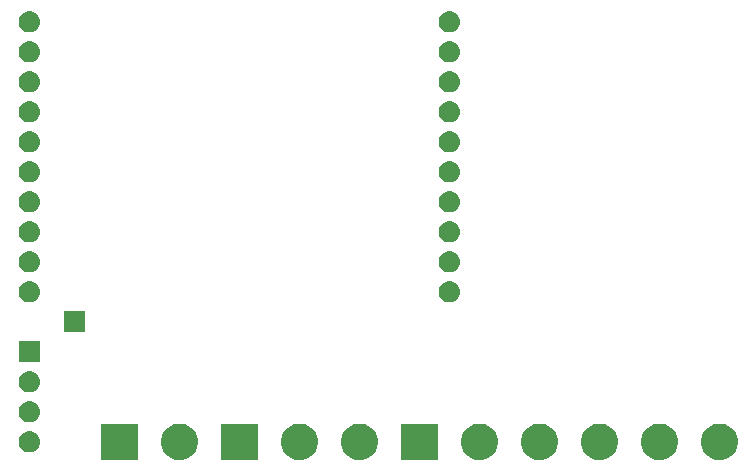
<source format=gts>
G04 #@! TF.GenerationSoftware,KiCad,Pcbnew,5.0.2-bee76a0~70~ubuntu18.04.1*
G04 #@! TF.CreationDate,2019-03-29T20:37:00+01:00*
G04 #@! TF.ProjectId,TMC2660_mount,544d4332-3636-4305-9f6d-6f756e742e6b,rev?*
G04 #@! TF.SameCoordinates,PX48f7b77PY788f099*
G04 #@! TF.FileFunction,Soldermask,Top*
G04 #@! TF.FilePolarity,Negative*
%FSLAX46Y46*%
G04 Gerber Fmt 4.6, Leading zero omitted, Abs format (unit mm)*
G04 Created by KiCad (PCBNEW 5.0.2-bee76a0~70~ubuntu18.04.1) date 2019-03-29T20:37:00 CET*
%MOMM*%
%LPD*%
G01*
G04 APERTURE LIST*
%ADD10C,0.100000*%
G04 APERTURE END LIST*
D10*
G36*
X23141000Y3529000D02*
X20039000Y3529000D01*
X20039000Y6631000D01*
X23141000Y6631000D01*
X23141000Y3529000D01*
X23141000Y3529000D01*
G37*
G36*
X12981000Y3529000D02*
X9879000Y3529000D01*
X9879000Y6631000D01*
X12981000Y6631000D01*
X12981000Y3529000D01*
X12981000Y3529000D01*
G37*
G36*
X16862527Y6591264D02*
X16962410Y6571396D01*
X17244674Y6454479D01*
X17498705Y6284741D01*
X17714741Y6068705D01*
X17884479Y5814674D01*
X18001396Y5532410D01*
X18061000Y5232760D01*
X18061000Y4927240D01*
X18001396Y4627590D01*
X17884479Y4345326D01*
X17714741Y4091295D01*
X17498705Y3875259D01*
X17244674Y3705521D01*
X16962410Y3588604D01*
X16862527Y3568736D01*
X16662762Y3529000D01*
X16357238Y3529000D01*
X16157473Y3568736D01*
X16057590Y3588604D01*
X15775326Y3705521D01*
X15521295Y3875259D01*
X15305259Y4091295D01*
X15135521Y4345326D01*
X15018604Y4627590D01*
X14959000Y4927240D01*
X14959000Y5232760D01*
X15018604Y5532410D01*
X15135521Y5814674D01*
X15305259Y6068705D01*
X15521295Y6284741D01*
X15775326Y6454479D01*
X16057590Y6571396D01*
X16157473Y6591264D01*
X16357238Y6631000D01*
X16662762Y6631000D01*
X16862527Y6591264D01*
X16862527Y6591264D01*
G37*
G36*
X27022527Y6591264D02*
X27122410Y6571396D01*
X27404674Y6454479D01*
X27658705Y6284741D01*
X27874741Y6068705D01*
X28044479Y5814674D01*
X28161396Y5532410D01*
X28221000Y5232760D01*
X28221000Y4927240D01*
X28161396Y4627590D01*
X28044479Y4345326D01*
X27874741Y4091295D01*
X27658705Y3875259D01*
X27404674Y3705521D01*
X27122410Y3588604D01*
X27022527Y3568736D01*
X26822762Y3529000D01*
X26517238Y3529000D01*
X26317473Y3568736D01*
X26217590Y3588604D01*
X25935326Y3705521D01*
X25681295Y3875259D01*
X25465259Y4091295D01*
X25295521Y4345326D01*
X25178604Y4627590D01*
X25119000Y4927240D01*
X25119000Y5232760D01*
X25178604Y5532410D01*
X25295521Y5814674D01*
X25465259Y6068705D01*
X25681295Y6284741D01*
X25935326Y6454479D01*
X26217590Y6571396D01*
X26317473Y6591264D01*
X26517238Y6631000D01*
X26822762Y6631000D01*
X27022527Y6591264D01*
X27022527Y6591264D01*
G37*
G36*
X32102527Y6591264D02*
X32202410Y6571396D01*
X32484674Y6454479D01*
X32738705Y6284741D01*
X32954741Y6068705D01*
X33124479Y5814674D01*
X33241396Y5532410D01*
X33301000Y5232760D01*
X33301000Y4927240D01*
X33241396Y4627590D01*
X33124479Y4345326D01*
X32954741Y4091295D01*
X32738705Y3875259D01*
X32484674Y3705521D01*
X32202410Y3588604D01*
X32102527Y3568736D01*
X31902762Y3529000D01*
X31597238Y3529000D01*
X31397473Y3568736D01*
X31297590Y3588604D01*
X31015326Y3705521D01*
X30761295Y3875259D01*
X30545259Y4091295D01*
X30375521Y4345326D01*
X30258604Y4627590D01*
X30199000Y4927240D01*
X30199000Y5232760D01*
X30258604Y5532410D01*
X30375521Y5814674D01*
X30545259Y6068705D01*
X30761295Y6284741D01*
X31015326Y6454479D01*
X31297590Y6571396D01*
X31397473Y6591264D01*
X31597238Y6631000D01*
X31902762Y6631000D01*
X32102527Y6591264D01*
X32102527Y6591264D01*
G37*
G36*
X42262527Y6591264D02*
X42362410Y6571396D01*
X42644674Y6454479D01*
X42898705Y6284741D01*
X43114741Y6068705D01*
X43284479Y5814674D01*
X43401396Y5532410D01*
X43461000Y5232760D01*
X43461000Y4927240D01*
X43401396Y4627590D01*
X43284479Y4345326D01*
X43114741Y4091295D01*
X42898705Y3875259D01*
X42644674Y3705521D01*
X42362410Y3588604D01*
X42262527Y3568736D01*
X42062762Y3529000D01*
X41757238Y3529000D01*
X41557473Y3568736D01*
X41457590Y3588604D01*
X41175326Y3705521D01*
X40921295Y3875259D01*
X40705259Y4091295D01*
X40535521Y4345326D01*
X40418604Y4627590D01*
X40359000Y4927240D01*
X40359000Y5232760D01*
X40418604Y5532410D01*
X40535521Y5814674D01*
X40705259Y6068705D01*
X40921295Y6284741D01*
X41175326Y6454479D01*
X41457590Y6571396D01*
X41557473Y6591264D01*
X41757238Y6631000D01*
X42062762Y6631000D01*
X42262527Y6591264D01*
X42262527Y6591264D01*
G37*
G36*
X47342527Y6591264D02*
X47442410Y6571396D01*
X47724674Y6454479D01*
X47978705Y6284741D01*
X48194741Y6068705D01*
X48364479Y5814674D01*
X48481396Y5532410D01*
X48541000Y5232760D01*
X48541000Y4927240D01*
X48481396Y4627590D01*
X48364479Y4345326D01*
X48194741Y4091295D01*
X47978705Y3875259D01*
X47724674Y3705521D01*
X47442410Y3588604D01*
X47342527Y3568736D01*
X47142762Y3529000D01*
X46837238Y3529000D01*
X46637473Y3568736D01*
X46537590Y3588604D01*
X46255326Y3705521D01*
X46001295Y3875259D01*
X45785259Y4091295D01*
X45615521Y4345326D01*
X45498604Y4627590D01*
X45439000Y4927240D01*
X45439000Y5232760D01*
X45498604Y5532410D01*
X45615521Y5814674D01*
X45785259Y6068705D01*
X46001295Y6284741D01*
X46255326Y6454479D01*
X46537590Y6571396D01*
X46637473Y6591264D01*
X46837238Y6631000D01*
X47142762Y6631000D01*
X47342527Y6591264D01*
X47342527Y6591264D01*
G37*
G36*
X38381000Y3529000D02*
X35279000Y3529000D01*
X35279000Y6631000D01*
X38381000Y6631000D01*
X38381000Y3529000D01*
X38381000Y3529000D01*
G37*
G36*
X52422527Y6591264D02*
X52522410Y6571396D01*
X52804674Y6454479D01*
X53058705Y6284741D01*
X53274741Y6068705D01*
X53444479Y5814674D01*
X53561396Y5532410D01*
X53621000Y5232760D01*
X53621000Y4927240D01*
X53561396Y4627590D01*
X53444479Y4345326D01*
X53274741Y4091295D01*
X53058705Y3875259D01*
X52804674Y3705521D01*
X52522410Y3588604D01*
X52422527Y3568736D01*
X52222762Y3529000D01*
X51917238Y3529000D01*
X51717473Y3568736D01*
X51617590Y3588604D01*
X51335326Y3705521D01*
X51081295Y3875259D01*
X50865259Y4091295D01*
X50695521Y4345326D01*
X50578604Y4627590D01*
X50519000Y4927240D01*
X50519000Y5232760D01*
X50578604Y5532410D01*
X50695521Y5814674D01*
X50865259Y6068705D01*
X51081295Y6284741D01*
X51335326Y6454479D01*
X51617590Y6571396D01*
X51717473Y6591264D01*
X51917238Y6631000D01*
X52222762Y6631000D01*
X52422527Y6591264D01*
X52422527Y6591264D01*
G37*
G36*
X57502527Y6591264D02*
X57602410Y6571396D01*
X57884674Y6454479D01*
X58138705Y6284741D01*
X58354741Y6068705D01*
X58524479Y5814674D01*
X58641396Y5532410D01*
X58701000Y5232760D01*
X58701000Y4927240D01*
X58641396Y4627590D01*
X58524479Y4345326D01*
X58354741Y4091295D01*
X58138705Y3875259D01*
X57884674Y3705521D01*
X57602410Y3588604D01*
X57502527Y3568736D01*
X57302762Y3529000D01*
X56997238Y3529000D01*
X56797473Y3568736D01*
X56697590Y3588604D01*
X56415326Y3705521D01*
X56161295Y3875259D01*
X55945259Y4091295D01*
X55775521Y4345326D01*
X55658604Y4627590D01*
X55599000Y4927240D01*
X55599000Y5232760D01*
X55658604Y5532410D01*
X55775521Y5814674D01*
X55945259Y6068705D01*
X56161295Y6284741D01*
X56415326Y6454479D01*
X56697590Y6571396D01*
X56797473Y6591264D01*
X56997238Y6631000D01*
X57302762Y6631000D01*
X57502527Y6591264D01*
X57502527Y6591264D01*
G37*
G36*
X62582527Y6591264D02*
X62682410Y6571396D01*
X62964674Y6454479D01*
X63218705Y6284741D01*
X63434741Y6068705D01*
X63604479Y5814674D01*
X63721396Y5532410D01*
X63781000Y5232760D01*
X63781000Y4927240D01*
X63721396Y4627590D01*
X63604479Y4345326D01*
X63434741Y4091295D01*
X63218705Y3875259D01*
X62964674Y3705521D01*
X62682410Y3588604D01*
X62582527Y3568736D01*
X62382762Y3529000D01*
X62077238Y3529000D01*
X61877473Y3568736D01*
X61777590Y3588604D01*
X61495326Y3705521D01*
X61241295Y3875259D01*
X61025259Y4091295D01*
X60855521Y4345326D01*
X60738604Y4627590D01*
X60679000Y4927240D01*
X60679000Y5232760D01*
X60738604Y5532410D01*
X60855521Y5814674D01*
X61025259Y6068705D01*
X61241295Y6284741D01*
X61495326Y6454479D01*
X61777590Y6571396D01*
X61877473Y6591264D01*
X62077238Y6631000D01*
X62382762Y6631000D01*
X62582527Y6591264D01*
X62582527Y6591264D01*
G37*
G36*
X3920442Y5974482D02*
X3986627Y5967963D01*
X4099853Y5933616D01*
X4156467Y5916443D01*
X4295087Y5842348D01*
X4312991Y5832778D01*
X4335053Y5814672D01*
X4450186Y5720186D01*
X4533448Y5618729D01*
X4562778Y5582991D01*
X4562779Y5582989D01*
X4646443Y5426467D01*
X4646443Y5426466D01*
X4697963Y5256627D01*
X4715359Y5080000D01*
X4697963Y4903373D01*
X4663616Y4790147D01*
X4646443Y4733533D01*
X4589815Y4627591D01*
X4562778Y4577009D01*
X4533448Y4541271D01*
X4450186Y4439814D01*
X4348729Y4356552D01*
X4312991Y4327222D01*
X4312989Y4327221D01*
X4156467Y4243557D01*
X4099853Y4226384D01*
X3986627Y4192037D01*
X3920442Y4185518D01*
X3854260Y4179000D01*
X3765740Y4179000D01*
X3699558Y4185518D01*
X3633373Y4192037D01*
X3520147Y4226384D01*
X3463533Y4243557D01*
X3307011Y4327221D01*
X3307009Y4327222D01*
X3271271Y4356552D01*
X3169814Y4439814D01*
X3086552Y4541271D01*
X3057222Y4577009D01*
X3030185Y4627591D01*
X2973557Y4733533D01*
X2956384Y4790147D01*
X2922037Y4903373D01*
X2904641Y5080000D01*
X2922037Y5256627D01*
X2973557Y5426466D01*
X2973557Y5426467D01*
X3057221Y5582989D01*
X3057222Y5582991D01*
X3086552Y5618729D01*
X3169814Y5720186D01*
X3284947Y5814672D01*
X3307009Y5832778D01*
X3324913Y5842348D01*
X3463533Y5916443D01*
X3520147Y5933616D01*
X3633373Y5967963D01*
X3699558Y5974482D01*
X3765740Y5981000D01*
X3854260Y5981000D01*
X3920442Y5974482D01*
X3920442Y5974482D01*
G37*
G36*
X3920442Y8514482D02*
X3986627Y8507963D01*
X4099853Y8473616D01*
X4156467Y8456443D01*
X4295087Y8382348D01*
X4312991Y8372778D01*
X4348729Y8343448D01*
X4450186Y8260186D01*
X4533448Y8158729D01*
X4562778Y8122991D01*
X4562779Y8122989D01*
X4646443Y7966467D01*
X4646443Y7966466D01*
X4697963Y7796627D01*
X4715359Y7620000D01*
X4697963Y7443373D01*
X4663616Y7330147D01*
X4646443Y7273533D01*
X4572348Y7134913D01*
X4562778Y7117009D01*
X4533448Y7081271D01*
X4450186Y6979814D01*
X4348729Y6896552D01*
X4312991Y6867222D01*
X4312989Y6867221D01*
X4156467Y6783557D01*
X4099853Y6766384D01*
X3986627Y6732037D01*
X3920442Y6725518D01*
X3854260Y6719000D01*
X3765740Y6719000D01*
X3699558Y6725518D01*
X3633373Y6732037D01*
X3520147Y6766384D01*
X3463533Y6783557D01*
X3307011Y6867221D01*
X3307009Y6867222D01*
X3271271Y6896552D01*
X3169814Y6979814D01*
X3086552Y7081271D01*
X3057222Y7117009D01*
X3047652Y7134913D01*
X2973557Y7273533D01*
X2956384Y7330147D01*
X2922037Y7443373D01*
X2904641Y7620000D01*
X2922037Y7796627D01*
X2973557Y7966466D01*
X2973557Y7966467D01*
X3057221Y8122989D01*
X3057222Y8122991D01*
X3086552Y8158729D01*
X3169814Y8260186D01*
X3271271Y8343448D01*
X3307009Y8372778D01*
X3324913Y8382348D01*
X3463533Y8456443D01*
X3520147Y8473616D01*
X3633373Y8507963D01*
X3699558Y8514482D01*
X3765740Y8521000D01*
X3854260Y8521000D01*
X3920442Y8514482D01*
X3920442Y8514482D01*
G37*
G36*
X3920442Y11054482D02*
X3986627Y11047963D01*
X4099853Y11013616D01*
X4156467Y10996443D01*
X4295087Y10922348D01*
X4312991Y10912778D01*
X4348729Y10883448D01*
X4450186Y10800186D01*
X4533448Y10698729D01*
X4562778Y10662991D01*
X4562779Y10662989D01*
X4646443Y10506467D01*
X4646443Y10506466D01*
X4697963Y10336627D01*
X4715359Y10160000D01*
X4697963Y9983373D01*
X4663616Y9870147D01*
X4646443Y9813533D01*
X4572348Y9674913D01*
X4562778Y9657009D01*
X4533448Y9621271D01*
X4450186Y9519814D01*
X4348729Y9436552D01*
X4312991Y9407222D01*
X4312989Y9407221D01*
X4156467Y9323557D01*
X4099853Y9306384D01*
X3986627Y9272037D01*
X3920443Y9265519D01*
X3854260Y9259000D01*
X3765740Y9259000D01*
X3699557Y9265519D01*
X3633373Y9272037D01*
X3520147Y9306384D01*
X3463533Y9323557D01*
X3307011Y9407221D01*
X3307009Y9407222D01*
X3271271Y9436552D01*
X3169814Y9519814D01*
X3086552Y9621271D01*
X3057222Y9657009D01*
X3047652Y9674913D01*
X2973557Y9813533D01*
X2956384Y9870147D01*
X2922037Y9983373D01*
X2904641Y10160000D01*
X2922037Y10336627D01*
X2973557Y10506466D01*
X2973557Y10506467D01*
X3057221Y10662989D01*
X3057222Y10662991D01*
X3086552Y10698729D01*
X3169814Y10800186D01*
X3271271Y10883448D01*
X3307009Y10912778D01*
X3324913Y10922348D01*
X3463533Y10996443D01*
X3520147Y11013616D01*
X3633373Y11047963D01*
X3699558Y11054482D01*
X3765740Y11061000D01*
X3854260Y11061000D01*
X3920442Y11054482D01*
X3920442Y11054482D01*
G37*
G36*
X4711000Y11799000D02*
X2909000Y11799000D01*
X2909000Y13601000D01*
X4711000Y13601000D01*
X4711000Y11799000D01*
X4711000Y11799000D01*
G37*
G36*
X8521000Y14339000D02*
X6719000Y14339000D01*
X6719000Y16141000D01*
X8521000Y16141000D01*
X8521000Y14339000D01*
X8521000Y14339000D01*
G37*
G36*
X39480443Y18674481D02*
X39546627Y18667963D01*
X39659853Y18633616D01*
X39716467Y18616443D01*
X39855087Y18542348D01*
X39872991Y18532778D01*
X39908729Y18503448D01*
X40010186Y18420186D01*
X40093448Y18318729D01*
X40122778Y18282991D01*
X40122779Y18282989D01*
X40206443Y18126467D01*
X40206443Y18126466D01*
X40257963Y17956627D01*
X40275359Y17780000D01*
X40257963Y17603373D01*
X40223616Y17490147D01*
X40206443Y17433533D01*
X40132348Y17294913D01*
X40122778Y17277009D01*
X40093448Y17241271D01*
X40010186Y17139814D01*
X39908729Y17056552D01*
X39872991Y17027222D01*
X39872989Y17027221D01*
X39716467Y16943557D01*
X39659853Y16926384D01*
X39546627Y16892037D01*
X39480442Y16885518D01*
X39414260Y16879000D01*
X39325740Y16879000D01*
X39259558Y16885518D01*
X39193373Y16892037D01*
X39080147Y16926384D01*
X39023533Y16943557D01*
X38867011Y17027221D01*
X38867009Y17027222D01*
X38831271Y17056552D01*
X38729814Y17139814D01*
X38646552Y17241271D01*
X38617222Y17277009D01*
X38607652Y17294913D01*
X38533557Y17433533D01*
X38516384Y17490147D01*
X38482037Y17603373D01*
X38464641Y17780000D01*
X38482037Y17956627D01*
X38533557Y18126466D01*
X38533557Y18126467D01*
X38617221Y18282989D01*
X38617222Y18282991D01*
X38646552Y18318729D01*
X38729814Y18420186D01*
X38831271Y18503448D01*
X38867009Y18532778D01*
X38884913Y18542348D01*
X39023533Y18616443D01*
X39080147Y18633616D01*
X39193373Y18667963D01*
X39259557Y18674481D01*
X39325740Y18681000D01*
X39414260Y18681000D01*
X39480443Y18674481D01*
X39480443Y18674481D01*
G37*
G36*
X3920443Y18674481D02*
X3986627Y18667963D01*
X4099853Y18633616D01*
X4156467Y18616443D01*
X4295087Y18542348D01*
X4312991Y18532778D01*
X4348729Y18503448D01*
X4450186Y18420186D01*
X4533448Y18318729D01*
X4562778Y18282991D01*
X4562779Y18282989D01*
X4646443Y18126467D01*
X4646443Y18126466D01*
X4697963Y17956627D01*
X4715359Y17780000D01*
X4697963Y17603373D01*
X4663616Y17490147D01*
X4646443Y17433533D01*
X4572348Y17294913D01*
X4562778Y17277009D01*
X4533448Y17241271D01*
X4450186Y17139814D01*
X4348729Y17056552D01*
X4312991Y17027222D01*
X4312989Y17027221D01*
X4156467Y16943557D01*
X4099853Y16926384D01*
X3986627Y16892037D01*
X3920442Y16885518D01*
X3854260Y16879000D01*
X3765740Y16879000D01*
X3699558Y16885518D01*
X3633373Y16892037D01*
X3520147Y16926384D01*
X3463533Y16943557D01*
X3307011Y17027221D01*
X3307009Y17027222D01*
X3271271Y17056552D01*
X3169814Y17139814D01*
X3086552Y17241271D01*
X3057222Y17277009D01*
X3047652Y17294913D01*
X2973557Y17433533D01*
X2956384Y17490147D01*
X2922037Y17603373D01*
X2904641Y17780000D01*
X2922037Y17956627D01*
X2973557Y18126466D01*
X2973557Y18126467D01*
X3057221Y18282989D01*
X3057222Y18282991D01*
X3086552Y18318729D01*
X3169814Y18420186D01*
X3271271Y18503448D01*
X3307009Y18532778D01*
X3324913Y18542348D01*
X3463533Y18616443D01*
X3520147Y18633616D01*
X3633373Y18667963D01*
X3699557Y18674481D01*
X3765740Y18681000D01*
X3854260Y18681000D01*
X3920443Y18674481D01*
X3920443Y18674481D01*
G37*
G36*
X39480443Y21214481D02*
X39546627Y21207963D01*
X39659853Y21173616D01*
X39716467Y21156443D01*
X39855087Y21082348D01*
X39872991Y21072778D01*
X39908729Y21043448D01*
X40010186Y20960186D01*
X40093448Y20858729D01*
X40122778Y20822991D01*
X40122779Y20822989D01*
X40206443Y20666467D01*
X40206443Y20666466D01*
X40257963Y20496627D01*
X40275359Y20320000D01*
X40257963Y20143373D01*
X40223616Y20030147D01*
X40206443Y19973533D01*
X40132348Y19834913D01*
X40122778Y19817009D01*
X40093448Y19781271D01*
X40010186Y19679814D01*
X39908729Y19596552D01*
X39872991Y19567222D01*
X39872989Y19567221D01*
X39716467Y19483557D01*
X39659853Y19466384D01*
X39546627Y19432037D01*
X39480443Y19425519D01*
X39414260Y19419000D01*
X39325740Y19419000D01*
X39259557Y19425519D01*
X39193373Y19432037D01*
X39080147Y19466384D01*
X39023533Y19483557D01*
X38867011Y19567221D01*
X38867009Y19567222D01*
X38831271Y19596552D01*
X38729814Y19679814D01*
X38646552Y19781271D01*
X38617222Y19817009D01*
X38607652Y19834913D01*
X38533557Y19973533D01*
X38516384Y20030147D01*
X38482037Y20143373D01*
X38464641Y20320000D01*
X38482037Y20496627D01*
X38533557Y20666466D01*
X38533557Y20666467D01*
X38617221Y20822989D01*
X38617222Y20822991D01*
X38646552Y20858729D01*
X38729814Y20960186D01*
X38831271Y21043448D01*
X38867009Y21072778D01*
X38884913Y21082348D01*
X39023533Y21156443D01*
X39080147Y21173616D01*
X39193373Y21207963D01*
X39259558Y21214482D01*
X39325740Y21221000D01*
X39414260Y21221000D01*
X39480443Y21214481D01*
X39480443Y21214481D01*
G37*
G36*
X3920443Y21214481D02*
X3986627Y21207963D01*
X4099853Y21173616D01*
X4156467Y21156443D01*
X4295087Y21082348D01*
X4312991Y21072778D01*
X4348729Y21043448D01*
X4450186Y20960186D01*
X4533448Y20858729D01*
X4562778Y20822991D01*
X4562779Y20822989D01*
X4646443Y20666467D01*
X4646443Y20666466D01*
X4697963Y20496627D01*
X4715359Y20320000D01*
X4697963Y20143373D01*
X4663616Y20030147D01*
X4646443Y19973533D01*
X4572348Y19834913D01*
X4562778Y19817009D01*
X4533448Y19781271D01*
X4450186Y19679814D01*
X4348729Y19596552D01*
X4312991Y19567222D01*
X4312989Y19567221D01*
X4156467Y19483557D01*
X4099853Y19466384D01*
X3986627Y19432037D01*
X3920443Y19425519D01*
X3854260Y19419000D01*
X3765740Y19419000D01*
X3699557Y19425519D01*
X3633373Y19432037D01*
X3520147Y19466384D01*
X3463533Y19483557D01*
X3307011Y19567221D01*
X3307009Y19567222D01*
X3271271Y19596552D01*
X3169814Y19679814D01*
X3086552Y19781271D01*
X3057222Y19817009D01*
X3047652Y19834913D01*
X2973557Y19973533D01*
X2956384Y20030147D01*
X2922037Y20143373D01*
X2904641Y20320000D01*
X2922037Y20496627D01*
X2973557Y20666466D01*
X2973557Y20666467D01*
X3057221Y20822989D01*
X3057222Y20822991D01*
X3086552Y20858729D01*
X3169814Y20960186D01*
X3271271Y21043448D01*
X3307009Y21072778D01*
X3324913Y21082348D01*
X3463533Y21156443D01*
X3520147Y21173616D01*
X3633373Y21207963D01*
X3699558Y21214482D01*
X3765740Y21221000D01*
X3854260Y21221000D01*
X3920443Y21214481D01*
X3920443Y21214481D01*
G37*
G36*
X39480443Y23754481D02*
X39546627Y23747963D01*
X39659853Y23713616D01*
X39716467Y23696443D01*
X39855087Y23622348D01*
X39872991Y23612778D01*
X39908729Y23583448D01*
X40010186Y23500186D01*
X40093448Y23398729D01*
X40122778Y23362991D01*
X40122779Y23362989D01*
X40206443Y23206467D01*
X40206443Y23206466D01*
X40257963Y23036627D01*
X40275359Y22860000D01*
X40257963Y22683373D01*
X40223616Y22570147D01*
X40206443Y22513533D01*
X40132348Y22374913D01*
X40122778Y22357009D01*
X40093448Y22321271D01*
X40010186Y22219814D01*
X39908729Y22136552D01*
X39872991Y22107222D01*
X39872989Y22107221D01*
X39716467Y22023557D01*
X39659853Y22006384D01*
X39546627Y21972037D01*
X39480442Y21965518D01*
X39414260Y21959000D01*
X39325740Y21959000D01*
X39259557Y21965519D01*
X39193373Y21972037D01*
X39080147Y22006384D01*
X39023533Y22023557D01*
X38867011Y22107221D01*
X38867009Y22107222D01*
X38831271Y22136552D01*
X38729814Y22219814D01*
X38646552Y22321271D01*
X38617222Y22357009D01*
X38607652Y22374913D01*
X38533557Y22513533D01*
X38516384Y22570147D01*
X38482037Y22683373D01*
X38464641Y22860000D01*
X38482037Y23036627D01*
X38533557Y23206466D01*
X38533557Y23206467D01*
X38617221Y23362989D01*
X38617222Y23362991D01*
X38646552Y23398729D01*
X38729814Y23500186D01*
X38831271Y23583448D01*
X38867009Y23612778D01*
X38884913Y23622348D01*
X39023533Y23696443D01*
X39080147Y23713616D01*
X39193373Y23747963D01*
X39259558Y23754482D01*
X39325740Y23761000D01*
X39414260Y23761000D01*
X39480443Y23754481D01*
X39480443Y23754481D01*
G37*
G36*
X3920443Y23754481D02*
X3986627Y23747963D01*
X4099853Y23713616D01*
X4156467Y23696443D01*
X4295087Y23622348D01*
X4312991Y23612778D01*
X4348729Y23583448D01*
X4450186Y23500186D01*
X4533448Y23398729D01*
X4562778Y23362991D01*
X4562779Y23362989D01*
X4646443Y23206467D01*
X4646443Y23206466D01*
X4697963Y23036627D01*
X4715359Y22860000D01*
X4697963Y22683373D01*
X4663616Y22570147D01*
X4646443Y22513533D01*
X4572348Y22374913D01*
X4562778Y22357009D01*
X4533448Y22321271D01*
X4450186Y22219814D01*
X4348729Y22136552D01*
X4312991Y22107222D01*
X4312989Y22107221D01*
X4156467Y22023557D01*
X4099853Y22006384D01*
X3986627Y21972037D01*
X3920442Y21965518D01*
X3854260Y21959000D01*
X3765740Y21959000D01*
X3699557Y21965519D01*
X3633373Y21972037D01*
X3520147Y22006384D01*
X3463533Y22023557D01*
X3307011Y22107221D01*
X3307009Y22107222D01*
X3271271Y22136552D01*
X3169814Y22219814D01*
X3086552Y22321271D01*
X3057222Y22357009D01*
X3047652Y22374913D01*
X2973557Y22513533D01*
X2956384Y22570147D01*
X2922037Y22683373D01*
X2904641Y22860000D01*
X2922037Y23036627D01*
X2973557Y23206466D01*
X2973557Y23206467D01*
X3057221Y23362989D01*
X3057222Y23362991D01*
X3086552Y23398729D01*
X3169814Y23500186D01*
X3271271Y23583448D01*
X3307009Y23612778D01*
X3324913Y23622348D01*
X3463533Y23696443D01*
X3520147Y23713616D01*
X3633373Y23747963D01*
X3699558Y23754482D01*
X3765740Y23761000D01*
X3854260Y23761000D01*
X3920443Y23754481D01*
X3920443Y23754481D01*
G37*
G36*
X39480442Y26294482D02*
X39546627Y26287963D01*
X39659853Y26253616D01*
X39716467Y26236443D01*
X39855087Y26162348D01*
X39872991Y26152778D01*
X39908729Y26123448D01*
X40010186Y26040186D01*
X40093448Y25938729D01*
X40122778Y25902991D01*
X40122779Y25902989D01*
X40206443Y25746467D01*
X40206443Y25746466D01*
X40257963Y25576627D01*
X40275359Y25400000D01*
X40257963Y25223373D01*
X40223616Y25110147D01*
X40206443Y25053533D01*
X40132348Y24914913D01*
X40122778Y24897009D01*
X40093448Y24861271D01*
X40010186Y24759814D01*
X39908729Y24676552D01*
X39872991Y24647222D01*
X39872989Y24647221D01*
X39716467Y24563557D01*
X39659853Y24546384D01*
X39546627Y24512037D01*
X39480443Y24505519D01*
X39414260Y24499000D01*
X39325740Y24499000D01*
X39259557Y24505519D01*
X39193373Y24512037D01*
X39080147Y24546384D01*
X39023533Y24563557D01*
X38867011Y24647221D01*
X38867009Y24647222D01*
X38831271Y24676552D01*
X38729814Y24759814D01*
X38646552Y24861271D01*
X38617222Y24897009D01*
X38607652Y24914913D01*
X38533557Y25053533D01*
X38516384Y25110147D01*
X38482037Y25223373D01*
X38464641Y25400000D01*
X38482037Y25576627D01*
X38533557Y25746466D01*
X38533557Y25746467D01*
X38617221Y25902989D01*
X38617222Y25902991D01*
X38646552Y25938729D01*
X38729814Y26040186D01*
X38831271Y26123448D01*
X38867009Y26152778D01*
X38884913Y26162348D01*
X39023533Y26236443D01*
X39080147Y26253616D01*
X39193373Y26287963D01*
X39259557Y26294481D01*
X39325740Y26301000D01*
X39414260Y26301000D01*
X39480442Y26294482D01*
X39480442Y26294482D01*
G37*
G36*
X3920442Y26294482D02*
X3986627Y26287963D01*
X4099853Y26253616D01*
X4156467Y26236443D01*
X4295087Y26162348D01*
X4312991Y26152778D01*
X4348729Y26123448D01*
X4450186Y26040186D01*
X4533448Y25938729D01*
X4562778Y25902991D01*
X4562779Y25902989D01*
X4646443Y25746467D01*
X4646443Y25746466D01*
X4697963Y25576627D01*
X4715359Y25400000D01*
X4697963Y25223373D01*
X4663616Y25110147D01*
X4646443Y25053533D01*
X4572348Y24914913D01*
X4562778Y24897009D01*
X4533448Y24861271D01*
X4450186Y24759814D01*
X4348729Y24676552D01*
X4312991Y24647222D01*
X4312989Y24647221D01*
X4156467Y24563557D01*
X4099853Y24546384D01*
X3986627Y24512037D01*
X3920443Y24505519D01*
X3854260Y24499000D01*
X3765740Y24499000D01*
X3699557Y24505519D01*
X3633373Y24512037D01*
X3520147Y24546384D01*
X3463533Y24563557D01*
X3307011Y24647221D01*
X3307009Y24647222D01*
X3271271Y24676552D01*
X3169814Y24759814D01*
X3086552Y24861271D01*
X3057222Y24897009D01*
X3047652Y24914913D01*
X2973557Y25053533D01*
X2956384Y25110147D01*
X2922037Y25223373D01*
X2904641Y25400000D01*
X2922037Y25576627D01*
X2973557Y25746466D01*
X2973557Y25746467D01*
X3057221Y25902989D01*
X3057222Y25902991D01*
X3086552Y25938729D01*
X3169814Y26040186D01*
X3271271Y26123448D01*
X3307009Y26152778D01*
X3324913Y26162348D01*
X3463533Y26236443D01*
X3520147Y26253616D01*
X3633373Y26287963D01*
X3699557Y26294481D01*
X3765740Y26301000D01*
X3854260Y26301000D01*
X3920442Y26294482D01*
X3920442Y26294482D01*
G37*
G36*
X39480443Y28834481D02*
X39546627Y28827963D01*
X39659853Y28793616D01*
X39716467Y28776443D01*
X39855087Y28702348D01*
X39872991Y28692778D01*
X39908729Y28663448D01*
X40010186Y28580186D01*
X40093448Y28478729D01*
X40122778Y28442991D01*
X40122779Y28442989D01*
X40206443Y28286467D01*
X40206443Y28286466D01*
X40257963Y28116627D01*
X40275359Y27940000D01*
X40257963Y27763373D01*
X40223616Y27650147D01*
X40206443Y27593533D01*
X40132348Y27454913D01*
X40122778Y27437009D01*
X40093448Y27401271D01*
X40010186Y27299814D01*
X39908729Y27216552D01*
X39872991Y27187222D01*
X39872989Y27187221D01*
X39716467Y27103557D01*
X39659853Y27086384D01*
X39546627Y27052037D01*
X39480442Y27045518D01*
X39414260Y27039000D01*
X39325740Y27039000D01*
X39259557Y27045519D01*
X39193373Y27052037D01*
X39080147Y27086384D01*
X39023533Y27103557D01*
X38867011Y27187221D01*
X38867009Y27187222D01*
X38831271Y27216552D01*
X38729814Y27299814D01*
X38646552Y27401271D01*
X38617222Y27437009D01*
X38607652Y27454913D01*
X38533557Y27593533D01*
X38516384Y27650147D01*
X38482037Y27763373D01*
X38464641Y27940000D01*
X38482037Y28116627D01*
X38533557Y28286466D01*
X38533557Y28286467D01*
X38617221Y28442989D01*
X38617222Y28442991D01*
X38646552Y28478729D01*
X38729814Y28580186D01*
X38831271Y28663448D01*
X38867009Y28692778D01*
X38884913Y28702348D01*
X39023533Y28776443D01*
X39080147Y28793616D01*
X39193373Y28827963D01*
X39259558Y28834482D01*
X39325740Y28841000D01*
X39414260Y28841000D01*
X39480443Y28834481D01*
X39480443Y28834481D01*
G37*
G36*
X3920443Y28834481D02*
X3986627Y28827963D01*
X4099853Y28793616D01*
X4156467Y28776443D01*
X4295087Y28702348D01*
X4312991Y28692778D01*
X4348729Y28663448D01*
X4450186Y28580186D01*
X4533448Y28478729D01*
X4562778Y28442991D01*
X4562779Y28442989D01*
X4646443Y28286467D01*
X4646443Y28286466D01*
X4697963Y28116627D01*
X4715359Y27940000D01*
X4697963Y27763373D01*
X4663616Y27650147D01*
X4646443Y27593533D01*
X4572348Y27454913D01*
X4562778Y27437009D01*
X4533448Y27401271D01*
X4450186Y27299814D01*
X4348729Y27216552D01*
X4312991Y27187222D01*
X4312989Y27187221D01*
X4156467Y27103557D01*
X4099853Y27086384D01*
X3986627Y27052037D01*
X3920442Y27045518D01*
X3854260Y27039000D01*
X3765740Y27039000D01*
X3699557Y27045519D01*
X3633373Y27052037D01*
X3520147Y27086384D01*
X3463533Y27103557D01*
X3307011Y27187221D01*
X3307009Y27187222D01*
X3271271Y27216552D01*
X3169814Y27299814D01*
X3086552Y27401271D01*
X3057222Y27437009D01*
X3047652Y27454913D01*
X2973557Y27593533D01*
X2956384Y27650147D01*
X2922037Y27763373D01*
X2904641Y27940000D01*
X2922037Y28116627D01*
X2973557Y28286466D01*
X2973557Y28286467D01*
X3057221Y28442989D01*
X3057222Y28442991D01*
X3086552Y28478729D01*
X3169814Y28580186D01*
X3271271Y28663448D01*
X3307009Y28692778D01*
X3324913Y28702348D01*
X3463533Y28776443D01*
X3520147Y28793616D01*
X3633373Y28827963D01*
X3699557Y28834481D01*
X3765740Y28841000D01*
X3854260Y28841000D01*
X3920443Y28834481D01*
X3920443Y28834481D01*
G37*
G36*
X3920443Y31374481D02*
X3986627Y31367963D01*
X4099853Y31333616D01*
X4156467Y31316443D01*
X4295087Y31242348D01*
X4312991Y31232778D01*
X4348729Y31203448D01*
X4450186Y31120186D01*
X4533448Y31018729D01*
X4562778Y30982991D01*
X4562779Y30982989D01*
X4646443Y30826467D01*
X4646443Y30826466D01*
X4697963Y30656627D01*
X4715359Y30480000D01*
X4697963Y30303373D01*
X4663616Y30190147D01*
X4646443Y30133533D01*
X4572348Y29994913D01*
X4562778Y29977009D01*
X4533448Y29941271D01*
X4450186Y29839814D01*
X4348729Y29756552D01*
X4312991Y29727222D01*
X4312989Y29727221D01*
X4156467Y29643557D01*
X4099853Y29626384D01*
X3986627Y29592037D01*
X3920442Y29585518D01*
X3854260Y29579000D01*
X3765740Y29579000D01*
X3699558Y29585518D01*
X3633373Y29592037D01*
X3520147Y29626384D01*
X3463533Y29643557D01*
X3307011Y29727221D01*
X3307009Y29727222D01*
X3271271Y29756552D01*
X3169814Y29839814D01*
X3086552Y29941271D01*
X3057222Y29977009D01*
X3047652Y29994913D01*
X2973557Y30133533D01*
X2956384Y30190147D01*
X2922037Y30303373D01*
X2904641Y30480000D01*
X2922037Y30656627D01*
X2973557Y30826466D01*
X2973557Y30826467D01*
X3057221Y30982989D01*
X3057222Y30982991D01*
X3086552Y31018729D01*
X3169814Y31120186D01*
X3271271Y31203448D01*
X3307009Y31232778D01*
X3324913Y31242348D01*
X3463533Y31316443D01*
X3520147Y31333616D01*
X3633373Y31367963D01*
X3699557Y31374481D01*
X3765740Y31381000D01*
X3854260Y31381000D01*
X3920443Y31374481D01*
X3920443Y31374481D01*
G37*
G36*
X39480443Y31374481D02*
X39546627Y31367963D01*
X39659853Y31333616D01*
X39716467Y31316443D01*
X39855087Y31242348D01*
X39872991Y31232778D01*
X39908729Y31203448D01*
X40010186Y31120186D01*
X40093448Y31018729D01*
X40122778Y30982991D01*
X40122779Y30982989D01*
X40206443Y30826467D01*
X40206443Y30826466D01*
X40257963Y30656627D01*
X40275359Y30480000D01*
X40257963Y30303373D01*
X40223616Y30190147D01*
X40206443Y30133533D01*
X40132348Y29994913D01*
X40122778Y29977009D01*
X40093448Y29941271D01*
X40010186Y29839814D01*
X39908729Y29756552D01*
X39872991Y29727222D01*
X39872989Y29727221D01*
X39716467Y29643557D01*
X39659853Y29626384D01*
X39546627Y29592037D01*
X39480442Y29585518D01*
X39414260Y29579000D01*
X39325740Y29579000D01*
X39259558Y29585518D01*
X39193373Y29592037D01*
X39080147Y29626384D01*
X39023533Y29643557D01*
X38867011Y29727221D01*
X38867009Y29727222D01*
X38831271Y29756552D01*
X38729814Y29839814D01*
X38646552Y29941271D01*
X38617222Y29977009D01*
X38607652Y29994913D01*
X38533557Y30133533D01*
X38516384Y30190147D01*
X38482037Y30303373D01*
X38464641Y30480000D01*
X38482037Y30656627D01*
X38533557Y30826466D01*
X38533557Y30826467D01*
X38617221Y30982989D01*
X38617222Y30982991D01*
X38646552Y31018729D01*
X38729814Y31120186D01*
X38831271Y31203448D01*
X38867009Y31232778D01*
X38884913Y31242348D01*
X39023533Y31316443D01*
X39080147Y31333616D01*
X39193373Y31367963D01*
X39259557Y31374481D01*
X39325740Y31381000D01*
X39414260Y31381000D01*
X39480443Y31374481D01*
X39480443Y31374481D01*
G37*
G36*
X3920442Y33914482D02*
X3986627Y33907963D01*
X4099853Y33873616D01*
X4156467Y33856443D01*
X4295087Y33782348D01*
X4312991Y33772778D01*
X4348729Y33743448D01*
X4450186Y33660186D01*
X4533448Y33558729D01*
X4562778Y33522991D01*
X4562779Y33522989D01*
X4646443Y33366467D01*
X4646443Y33366466D01*
X4697963Y33196627D01*
X4715359Y33020000D01*
X4697963Y32843373D01*
X4663616Y32730147D01*
X4646443Y32673533D01*
X4572348Y32534913D01*
X4562778Y32517009D01*
X4533448Y32481271D01*
X4450186Y32379814D01*
X4348729Y32296552D01*
X4312991Y32267222D01*
X4312989Y32267221D01*
X4156467Y32183557D01*
X4099853Y32166384D01*
X3986627Y32132037D01*
X3920443Y32125519D01*
X3854260Y32119000D01*
X3765740Y32119000D01*
X3699557Y32125519D01*
X3633373Y32132037D01*
X3520147Y32166384D01*
X3463533Y32183557D01*
X3307011Y32267221D01*
X3307009Y32267222D01*
X3271271Y32296552D01*
X3169814Y32379814D01*
X3086552Y32481271D01*
X3057222Y32517009D01*
X3047652Y32534913D01*
X2973557Y32673533D01*
X2956384Y32730147D01*
X2922037Y32843373D01*
X2904641Y33020000D01*
X2922037Y33196627D01*
X2973557Y33366466D01*
X2973557Y33366467D01*
X3057221Y33522989D01*
X3057222Y33522991D01*
X3086552Y33558729D01*
X3169814Y33660186D01*
X3271271Y33743448D01*
X3307009Y33772778D01*
X3324913Y33782348D01*
X3463533Y33856443D01*
X3520147Y33873616D01*
X3633373Y33907963D01*
X3699558Y33914482D01*
X3765740Y33921000D01*
X3854260Y33921000D01*
X3920442Y33914482D01*
X3920442Y33914482D01*
G37*
G36*
X39480442Y33914482D02*
X39546627Y33907963D01*
X39659853Y33873616D01*
X39716467Y33856443D01*
X39855087Y33782348D01*
X39872991Y33772778D01*
X39908729Y33743448D01*
X40010186Y33660186D01*
X40093448Y33558729D01*
X40122778Y33522991D01*
X40122779Y33522989D01*
X40206443Y33366467D01*
X40206443Y33366466D01*
X40257963Y33196627D01*
X40275359Y33020000D01*
X40257963Y32843373D01*
X40223616Y32730147D01*
X40206443Y32673533D01*
X40132348Y32534913D01*
X40122778Y32517009D01*
X40093448Y32481271D01*
X40010186Y32379814D01*
X39908729Y32296552D01*
X39872991Y32267222D01*
X39872989Y32267221D01*
X39716467Y32183557D01*
X39659853Y32166384D01*
X39546627Y32132037D01*
X39480443Y32125519D01*
X39414260Y32119000D01*
X39325740Y32119000D01*
X39259557Y32125519D01*
X39193373Y32132037D01*
X39080147Y32166384D01*
X39023533Y32183557D01*
X38867011Y32267221D01*
X38867009Y32267222D01*
X38831271Y32296552D01*
X38729814Y32379814D01*
X38646552Y32481271D01*
X38617222Y32517009D01*
X38607652Y32534913D01*
X38533557Y32673533D01*
X38516384Y32730147D01*
X38482037Y32843373D01*
X38464641Y33020000D01*
X38482037Y33196627D01*
X38533557Y33366466D01*
X38533557Y33366467D01*
X38617221Y33522989D01*
X38617222Y33522991D01*
X38646552Y33558729D01*
X38729814Y33660186D01*
X38831271Y33743448D01*
X38867009Y33772778D01*
X38884913Y33782348D01*
X39023533Y33856443D01*
X39080147Y33873616D01*
X39193373Y33907963D01*
X39259558Y33914482D01*
X39325740Y33921000D01*
X39414260Y33921000D01*
X39480442Y33914482D01*
X39480442Y33914482D01*
G37*
G36*
X39480442Y36454482D02*
X39546627Y36447963D01*
X39659853Y36413616D01*
X39716467Y36396443D01*
X39855087Y36322348D01*
X39872991Y36312778D01*
X39908729Y36283448D01*
X40010186Y36200186D01*
X40093448Y36098729D01*
X40122778Y36062991D01*
X40122779Y36062989D01*
X40206443Y35906467D01*
X40206443Y35906466D01*
X40257963Y35736627D01*
X40275359Y35560000D01*
X40257963Y35383373D01*
X40223616Y35270147D01*
X40206443Y35213533D01*
X40132348Y35074913D01*
X40122778Y35057009D01*
X40093448Y35021271D01*
X40010186Y34919814D01*
X39908729Y34836552D01*
X39872991Y34807222D01*
X39872989Y34807221D01*
X39716467Y34723557D01*
X39659853Y34706384D01*
X39546627Y34672037D01*
X39480443Y34665519D01*
X39414260Y34659000D01*
X39325740Y34659000D01*
X39259557Y34665519D01*
X39193373Y34672037D01*
X39080147Y34706384D01*
X39023533Y34723557D01*
X38867011Y34807221D01*
X38867009Y34807222D01*
X38831271Y34836552D01*
X38729814Y34919814D01*
X38646552Y35021271D01*
X38617222Y35057009D01*
X38607652Y35074913D01*
X38533557Y35213533D01*
X38516384Y35270147D01*
X38482037Y35383373D01*
X38464641Y35560000D01*
X38482037Y35736627D01*
X38533557Y35906466D01*
X38533557Y35906467D01*
X38617221Y36062989D01*
X38617222Y36062991D01*
X38646552Y36098729D01*
X38729814Y36200186D01*
X38831271Y36283448D01*
X38867009Y36312778D01*
X38884913Y36322348D01*
X39023533Y36396443D01*
X39080147Y36413616D01*
X39193373Y36447963D01*
X39259558Y36454482D01*
X39325740Y36461000D01*
X39414260Y36461000D01*
X39480442Y36454482D01*
X39480442Y36454482D01*
G37*
G36*
X3920442Y36454482D02*
X3986627Y36447963D01*
X4099853Y36413616D01*
X4156467Y36396443D01*
X4295087Y36322348D01*
X4312991Y36312778D01*
X4348729Y36283448D01*
X4450186Y36200186D01*
X4533448Y36098729D01*
X4562778Y36062991D01*
X4562779Y36062989D01*
X4646443Y35906467D01*
X4646443Y35906466D01*
X4697963Y35736627D01*
X4715359Y35560000D01*
X4697963Y35383373D01*
X4663616Y35270147D01*
X4646443Y35213533D01*
X4572348Y35074913D01*
X4562778Y35057009D01*
X4533448Y35021271D01*
X4450186Y34919814D01*
X4348729Y34836552D01*
X4312991Y34807222D01*
X4312989Y34807221D01*
X4156467Y34723557D01*
X4099853Y34706384D01*
X3986627Y34672037D01*
X3920443Y34665519D01*
X3854260Y34659000D01*
X3765740Y34659000D01*
X3699557Y34665519D01*
X3633373Y34672037D01*
X3520147Y34706384D01*
X3463533Y34723557D01*
X3307011Y34807221D01*
X3307009Y34807222D01*
X3271271Y34836552D01*
X3169814Y34919814D01*
X3086552Y35021271D01*
X3057222Y35057009D01*
X3047652Y35074913D01*
X2973557Y35213533D01*
X2956384Y35270147D01*
X2922037Y35383373D01*
X2904641Y35560000D01*
X2922037Y35736627D01*
X2973557Y35906466D01*
X2973557Y35906467D01*
X3057221Y36062989D01*
X3057222Y36062991D01*
X3086552Y36098729D01*
X3169814Y36200186D01*
X3271271Y36283448D01*
X3307009Y36312778D01*
X3324913Y36322348D01*
X3463533Y36396443D01*
X3520147Y36413616D01*
X3633373Y36447963D01*
X3699558Y36454482D01*
X3765740Y36461000D01*
X3854260Y36461000D01*
X3920442Y36454482D01*
X3920442Y36454482D01*
G37*
G36*
X39480443Y38994481D02*
X39546627Y38987963D01*
X39659853Y38953616D01*
X39716467Y38936443D01*
X39855087Y38862348D01*
X39872991Y38852778D01*
X39908729Y38823448D01*
X40010186Y38740186D01*
X40093448Y38638729D01*
X40122778Y38602991D01*
X40122779Y38602989D01*
X40206443Y38446467D01*
X40206443Y38446466D01*
X40257963Y38276627D01*
X40275359Y38100000D01*
X40257963Y37923373D01*
X40223616Y37810147D01*
X40206443Y37753533D01*
X40132348Y37614913D01*
X40122778Y37597009D01*
X40093448Y37561271D01*
X40010186Y37459814D01*
X39908729Y37376552D01*
X39872991Y37347222D01*
X39872989Y37347221D01*
X39716467Y37263557D01*
X39659853Y37246384D01*
X39546627Y37212037D01*
X39480442Y37205518D01*
X39414260Y37199000D01*
X39325740Y37199000D01*
X39259558Y37205518D01*
X39193373Y37212037D01*
X39080147Y37246384D01*
X39023533Y37263557D01*
X38867011Y37347221D01*
X38867009Y37347222D01*
X38831271Y37376552D01*
X38729814Y37459814D01*
X38646552Y37561271D01*
X38617222Y37597009D01*
X38607652Y37614913D01*
X38533557Y37753533D01*
X38516384Y37810147D01*
X38482037Y37923373D01*
X38464641Y38100000D01*
X38482037Y38276627D01*
X38533557Y38446466D01*
X38533557Y38446467D01*
X38617221Y38602989D01*
X38617222Y38602991D01*
X38646552Y38638729D01*
X38729814Y38740186D01*
X38831271Y38823448D01*
X38867009Y38852778D01*
X38884913Y38862348D01*
X39023533Y38936443D01*
X39080147Y38953616D01*
X39193373Y38987963D01*
X39259557Y38994481D01*
X39325740Y39001000D01*
X39414260Y39001000D01*
X39480443Y38994481D01*
X39480443Y38994481D01*
G37*
G36*
X3920443Y38994481D02*
X3986627Y38987963D01*
X4099853Y38953616D01*
X4156467Y38936443D01*
X4295087Y38862348D01*
X4312991Y38852778D01*
X4348729Y38823448D01*
X4450186Y38740186D01*
X4533448Y38638729D01*
X4562778Y38602991D01*
X4562779Y38602989D01*
X4646443Y38446467D01*
X4646443Y38446466D01*
X4697963Y38276627D01*
X4715359Y38100000D01*
X4697963Y37923373D01*
X4663616Y37810147D01*
X4646443Y37753533D01*
X4572348Y37614913D01*
X4562778Y37597009D01*
X4533448Y37561271D01*
X4450186Y37459814D01*
X4348729Y37376552D01*
X4312991Y37347222D01*
X4312989Y37347221D01*
X4156467Y37263557D01*
X4099853Y37246384D01*
X3986627Y37212037D01*
X3920442Y37205518D01*
X3854260Y37199000D01*
X3765740Y37199000D01*
X3699558Y37205518D01*
X3633373Y37212037D01*
X3520147Y37246384D01*
X3463533Y37263557D01*
X3307011Y37347221D01*
X3307009Y37347222D01*
X3271271Y37376552D01*
X3169814Y37459814D01*
X3086552Y37561271D01*
X3057222Y37597009D01*
X3047652Y37614913D01*
X2973557Y37753533D01*
X2956384Y37810147D01*
X2922037Y37923373D01*
X2904641Y38100000D01*
X2922037Y38276627D01*
X2973557Y38446466D01*
X2973557Y38446467D01*
X3057221Y38602989D01*
X3057222Y38602991D01*
X3086552Y38638729D01*
X3169814Y38740186D01*
X3271271Y38823448D01*
X3307009Y38852778D01*
X3324913Y38862348D01*
X3463533Y38936443D01*
X3520147Y38953616D01*
X3633373Y38987963D01*
X3699557Y38994481D01*
X3765740Y39001000D01*
X3854260Y39001000D01*
X3920443Y38994481D01*
X3920443Y38994481D01*
G37*
G36*
X3920443Y41534481D02*
X3986627Y41527963D01*
X4099853Y41493616D01*
X4156467Y41476443D01*
X4295087Y41402348D01*
X4312991Y41392778D01*
X4348729Y41363448D01*
X4450186Y41280186D01*
X4533448Y41178729D01*
X4562778Y41142991D01*
X4562779Y41142989D01*
X4646443Y40986467D01*
X4646443Y40986466D01*
X4697963Y40816627D01*
X4715359Y40640000D01*
X4697963Y40463373D01*
X4663616Y40350147D01*
X4646443Y40293533D01*
X4572348Y40154913D01*
X4562778Y40137009D01*
X4533448Y40101271D01*
X4450186Y39999814D01*
X4348729Y39916552D01*
X4312991Y39887222D01*
X4312989Y39887221D01*
X4156467Y39803557D01*
X4099853Y39786384D01*
X3986627Y39752037D01*
X3920443Y39745519D01*
X3854260Y39739000D01*
X3765740Y39739000D01*
X3699557Y39745519D01*
X3633373Y39752037D01*
X3520147Y39786384D01*
X3463533Y39803557D01*
X3307011Y39887221D01*
X3307009Y39887222D01*
X3271271Y39916552D01*
X3169814Y39999814D01*
X3086552Y40101271D01*
X3057222Y40137009D01*
X3047652Y40154913D01*
X2973557Y40293533D01*
X2956384Y40350147D01*
X2922037Y40463373D01*
X2904641Y40640000D01*
X2922037Y40816627D01*
X2973557Y40986466D01*
X2973557Y40986467D01*
X3057221Y41142989D01*
X3057222Y41142991D01*
X3086552Y41178729D01*
X3169814Y41280186D01*
X3271271Y41363448D01*
X3307009Y41392778D01*
X3324913Y41402348D01*
X3463533Y41476443D01*
X3520147Y41493616D01*
X3633373Y41527963D01*
X3699557Y41534481D01*
X3765740Y41541000D01*
X3854260Y41541000D01*
X3920443Y41534481D01*
X3920443Y41534481D01*
G37*
G36*
X39480443Y41534481D02*
X39546627Y41527963D01*
X39659853Y41493616D01*
X39716467Y41476443D01*
X39855087Y41402348D01*
X39872991Y41392778D01*
X39908729Y41363448D01*
X40010186Y41280186D01*
X40093448Y41178729D01*
X40122778Y41142991D01*
X40122779Y41142989D01*
X40206443Y40986467D01*
X40206443Y40986466D01*
X40257963Y40816627D01*
X40275359Y40640000D01*
X40257963Y40463373D01*
X40223616Y40350147D01*
X40206443Y40293533D01*
X40132348Y40154913D01*
X40122778Y40137009D01*
X40093448Y40101271D01*
X40010186Y39999814D01*
X39908729Y39916552D01*
X39872991Y39887222D01*
X39872989Y39887221D01*
X39716467Y39803557D01*
X39659853Y39786384D01*
X39546627Y39752037D01*
X39480443Y39745519D01*
X39414260Y39739000D01*
X39325740Y39739000D01*
X39259557Y39745519D01*
X39193373Y39752037D01*
X39080147Y39786384D01*
X39023533Y39803557D01*
X38867011Y39887221D01*
X38867009Y39887222D01*
X38831271Y39916552D01*
X38729814Y39999814D01*
X38646552Y40101271D01*
X38617222Y40137009D01*
X38607652Y40154913D01*
X38533557Y40293533D01*
X38516384Y40350147D01*
X38482037Y40463373D01*
X38464641Y40640000D01*
X38482037Y40816627D01*
X38533557Y40986466D01*
X38533557Y40986467D01*
X38617221Y41142989D01*
X38617222Y41142991D01*
X38646552Y41178729D01*
X38729814Y41280186D01*
X38831271Y41363448D01*
X38867009Y41392778D01*
X38884913Y41402348D01*
X39023533Y41476443D01*
X39080147Y41493616D01*
X39193373Y41527963D01*
X39259557Y41534481D01*
X39325740Y41541000D01*
X39414260Y41541000D01*
X39480443Y41534481D01*
X39480443Y41534481D01*
G37*
M02*

</source>
